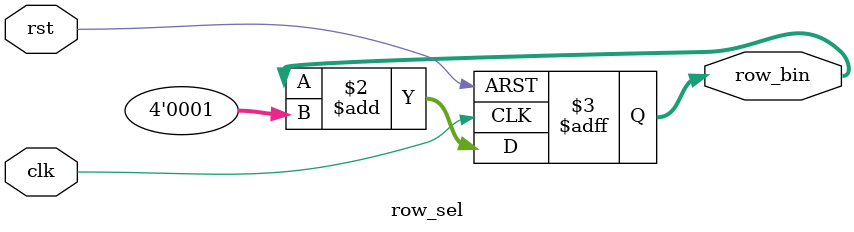
<source format=v>
module row_sel(clk, rst, row_bin);

	input clk, rst;
   output reg [3:0] row_bin;
	
	always @(posedge clk or posedge rst) begin
		if(rst)
			row_bin = 4'd0;
		else
			row_bin = row_bin + 4'd1;
	end

endmodule 
</source>
